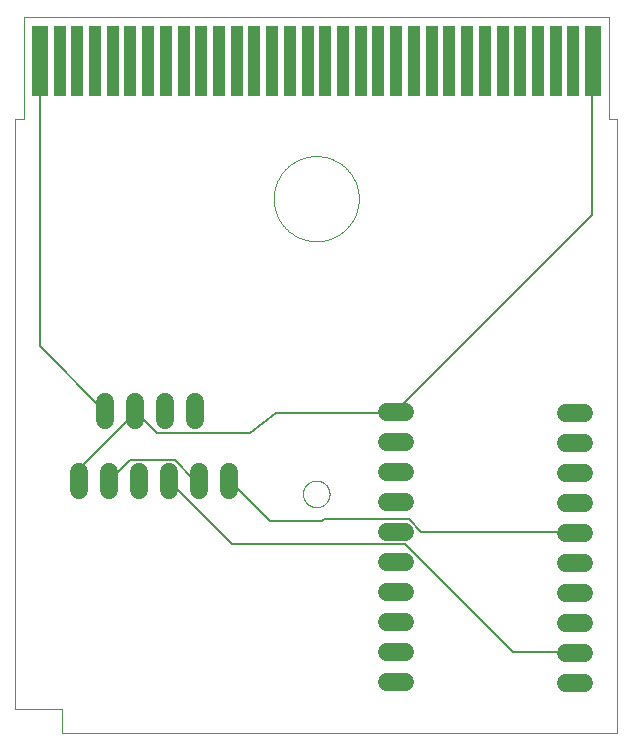
<source format=gtl>
G75*
%MOIN*%
%OFA0B0*%
%FSLAX25Y25*%
%IPPOS*%
%LPD*%
%AMOC8*
5,1,8,0,0,1.08239X$1,22.5*
%
%ADD10C,0.00004*%
%ADD11C,0.06000*%
%ADD12R,0.05512X0.23622*%
%ADD13R,0.03937X0.23622*%
%ADD14C,0.00600*%
D10*
X0001002Y0008876D02*
X0001002Y0205726D01*
X0004033Y0205726D01*
X0004033Y0239506D01*
X0003955Y0239585D02*
X0198837Y0239585D01*
X0198837Y0205726D01*
X0201789Y0205726D01*
X0201789Y0001002D01*
X0016750Y0001002D01*
X0016750Y0008876D01*
X0001002Y0008876D01*
X0096967Y0080726D02*
X0096969Y0080858D01*
X0096975Y0080991D01*
X0096985Y0081123D01*
X0096999Y0081255D01*
X0097016Y0081386D01*
X0097038Y0081517D01*
X0097064Y0081647D01*
X0097093Y0081776D01*
X0097127Y0081904D01*
X0097164Y0082031D01*
X0097205Y0082157D01*
X0097249Y0082282D01*
X0097298Y0082406D01*
X0097350Y0082527D01*
X0097406Y0082648D01*
X0097465Y0082766D01*
X0097528Y0082883D01*
X0097594Y0082998D01*
X0097664Y0083110D01*
X0097737Y0083221D01*
X0097813Y0083329D01*
X0097892Y0083435D01*
X0097975Y0083539D01*
X0098061Y0083640D01*
X0098149Y0083738D01*
X0098241Y0083834D01*
X0098335Y0083927D01*
X0098432Y0084017D01*
X0098532Y0084105D01*
X0098635Y0084189D01*
X0098739Y0084270D01*
X0098847Y0084348D01*
X0098956Y0084422D01*
X0099068Y0084494D01*
X0099182Y0084562D01*
X0099297Y0084626D01*
X0099415Y0084687D01*
X0099534Y0084745D01*
X0099655Y0084799D01*
X0099778Y0084849D01*
X0099902Y0084895D01*
X0100027Y0084938D01*
X0100154Y0084977D01*
X0100282Y0085013D01*
X0100410Y0085044D01*
X0100540Y0085072D01*
X0100670Y0085095D01*
X0100801Y0085115D01*
X0100933Y0085131D01*
X0101065Y0085143D01*
X0101197Y0085151D01*
X0101330Y0085155D01*
X0101462Y0085155D01*
X0101595Y0085151D01*
X0101727Y0085143D01*
X0101859Y0085131D01*
X0101991Y0085115D01*
X0102122Y0085095D01*
X0102252Y0085072D01*
X0102382Y0085044D01*
X0102510Y0085013D01*
X0102638Y0084977D01*
X0102765Y0084938D01*
X0102890Y0084895D01*
X0103014Y0084849D01*
X0103137Y0084799D01*
X0103258Y0084745D01*
X0103377Y0084687D01*
X0103495Y0084626D01*
X0103611Y0084562D01*
X0103724Y0084494D01*
X0103836Y0084422D01*
X0103945Y0084348D01*
X0104053Y0084270D01*
X0104157Y0084189D01*
X0104260Y0084105D01*
X0104360Y0084017D01*
X0104457Y0083927D01*
X0104551Y0083834D01*
X0104643Y0083738D01*
X0104731Y0083640D01*
X0104817Y0083539D01*
X0104900Y0083435D01*
X0104979Y0083329D01*
X0105055Y0083221D01*
X0105128Y0083110D01*
X0105198Y0082998D01*
X0105264Y0082883D01*
X0105327Y0082766D01*
X0105386Y0082648D01*
X0105442Y0082527D01*
X0105494Y0082406D01*
X0105543Y0082282D01*
X0105587Y0082157D01*
X0105628Y0082031D01*
X0105665Y0081904D01*
X0105699Y0081776D01*
X0105728Y0081647D01*
X0105754Y0081517D01*
X0105776Y0081386D01*
X0105793Y0081255D01*
X0105807Y0081123D01*
X0105817Y0080991D01*
X0105823Y0080858D01*
X0105825Y0080726D01*
X0105823Y0080594D01*
X0105817Y0080461D01*
X0105807Y0080329D01*
X0105793Y0080197D01*
X0105776Y0080066D01*
X0105754Y0079935D01*
X0105728Y0079805D01*
X0105699Y0079676D01*
X0105665Y0079548D01*
X0105628Y0079421D01*
X0105587Y0079295D01*
X0105543Y0079170D01*
X0105494Y0079046D01*
X0105442Y0078925D01*
X0105386Y0078804D01*
X0105327Y0078686D01*
X0105264Y0078569D01*
X0105198Y0078454D01*
X0105128Y0078342D01*
X0105055Y0078231D01*
X0104979Y0078123D01*
X0104900Y0078017D01*
X0104817Y0077913D01*
X0104731Y0077812D01*
X0104643Y0077714D01*
X0104551Y0077618D01*
X0104457Y0077525D01*
X0104360Y0077435D01*
X0104260Y0077347D01*
X0104157Y0077263D01*
X0104053Y0077182D01*
X0103945Y0077104D01*
X0103836Y0077030D01*
X0103724Y0076958D01*
X0103610Y0076890D01*
X0103495Y0076826D01*
X0103377Y0076765D01*
X0103258Y0076707D01*
X0103137Y0076653D01*
X0103014Y0076603D01*
X0102890Y0076557D01*
X0102765Y0076514D01*
X0102638Y0076475D01*
X0102510Y0076439D01*
X0102382Y0076408D01*
X0102252Y0076380D01*
X0102122Y0076357D01*
X0101991Y0076337D01*
X0101859Y0076321D01*
X0101727Y0076309D01*
X0101595Y0076301D01*
X0101462Y0076297D01*
X0101330Y0076297D01*
X0101197Y0076301D01*
X0101065Y0076309D01*
X0100933Y0076321D01*
X0100801Y0076337D01*
X0100670Y0076357D01*
X0100540Y0076380D01*
X0100410Y0076408D01*
X0100282Y0076439D01*
X0100154Y0076475D01*
X0100027Y0076514D01*
X0099902Y0076557D01*
X0099778Y0076603D01*
X0099655Y0076653D01*
X0099534Y0076707D01*
X0099415Y0076765D01*
X0099297Y0076826D01*
X0099181Y0076890D01*
X0099068Y0076958D01*
X0098956Y0077030D01*
X0098847Y0077104D01*
X0098739Y0077182D01*
X0098635Y0077263D01*
X0098532Y0077347D01*
X0098432Y0077435D01*
X0098335Y0077525D01*
X0098241Y0077618D01*
X0098149Y0077714D01*
X0098061Y0077812D01*
X0097975Y0077913D01*
X0097892Y0078017D01*
X0097813Y0078123D01*
X0097737Y0078231D01*
X0097664Y0078342D01*
X0097594Y0078454D01*
X0097528Y0078569D01*
X0097465Y0078686D01*
X0097406Y0078804D01*
X0097350Y0078925D01*
X0097298Y0079046D01*
X0097249Y0079170D01*
X0097205Y0079295D01*
X0097164Y0079421D01*
X0097127Y0079548D01*
X0097093Y0079676D01*
X0097064Y0079805D01*
X0097038Y0079935D01*
X0097016Y0080066D01*
X0096999Y0080197D01*
X0096985Y0080329D01*
X0096975Y0080461D01*
X0096969Y0080594D01*
X0096967Y0080726D01*
X0087223Y0179152D02*
X0087227Y0179500D01*
X0087240Y0179847D01*
X0087261Y0180195D01*
X0087291Y0180541D01*
X0087330Y0180887D01*
X0087376Y0181232D01*
X0087432Y0181575D01*
X0087495Y0181917D01*
X0087567Y0182257D01*
X0087648Y0182596D01*
X0087736Y0182932D01*
X0087833Y0183266D01*
X0087938Y0183598D01*
X0088051Y0183927D01*
X0088173Y0184253D01*
X0088302Y0184576D01*
X0088439Y0184895D01*
X0088584Y0185212D01*
X0088736Y0185524D01*
X0088897Y0185833D01*
X0089064Y0186138D01*
X0089239Y0186438D01*
X0089422Y0186735D01*
X0089612Y0187026D01*
X0089808Y0187313D01*
X0090012Y0187595D01*
X0090223Y0187872D01*
X0090440Y0188143D01*
X0090664Y0188409D01*
X0090894Y0188670D01*
X0091131Y0188925D01*
X0091374Y0189174D01*
X0091623Y0189417D01*
X0091878Y0189654D01*
X0092139Y0189884D01*
X0092405Y0190108D01*
X0092676Y0190325D01*
X0092953Y0190536D01*
X0093235Y0190740D01*
X0093522Y0190936D01*
X0093813Y0191126D01*
X0094110Y0191309D01*
X0094410Y0191484D01*
X0094715Y0191651D01*
X0095024Y0191812D01*
X0095336Y0191964D01*
X0095653Y0192109D01*
X0095972Y0192246D01*
X0096295Y0192375D01*
X0096621Y0192497D01*
X0096950Y0192610D01*
X0097282Y0192715D01*
X0097616Y0192812D01*
X0097952Y0192900D01*
X0098291Y0192981D01*
X0098631Y0193053D01*
X0098973Y0193116D01*
X0099316Y0193172D01*
X0099661Y0193218D01*
X0100007Y0193257D01*
X0100353Y0193287D01*
X0100701Y0193308D01*
X0101048Y0193321D01*
X0101396Y0193325D01*
X0101744Y0193321D01*
X0102091Y0193308D01*
X0102439Y0193287D01*
X0102785Y0193257D01*
X0103131Y0193218D01*
X0103476Y0193172D01*
X0103819Y0193116D01*
X0104161Y0193053D01*
X0104501Y0192981D01*
X0104840Y0192900D01*
X0105176Y0192812D01*
X0105510Y0192715D01*
X0105842Y0192610D01*
X0106171Y0192497D01*
X0106497Y0192375D01*
X0106820Y0192246D01*
X0107139Y0192109D01*
X0107456Y0191964D01*
X0107768Y0191812D01*
X0108077Y0191651D01*
X0108382Y0191484D01*
X0108682Y0191309D01*
X0108979Y0191126D01*
X0109270Y0190936D01*
X0109557Y0190740D01*
X0109839Y0190536D01*
X0110116Y0190325D01*
X0110387Y0190108D01*
X0110653Y0189884D01*
X0110914Y0189654D01*
X0111169Y0189417D01*
X0111418Y0189174D01*
X0111661Y0188925D01*
X0111898Y0188670D01*
X0112128Y0188409D01*
X0112352Y0188143D01*
X0112569Y0187872D01*
X0112780Y0187595D01*
X0112984Y0187313D01*
X0113180Y0187026D01*
X0113370Y0186735D01*
X0113553Y0186438D01*
X0113728Y0186138D01*
X0113895Y0185833D01*
X0114056Y0185524D01*
X0114208Y0185212D01*
X0114353Y0184895D01*
X0114490Y0184576D01*
X0114619Y0184253D01*
X0114741Y0183927D01*
X0114854Y0183598D01*
X0114959Y0183266D01*
X0115056Y0182932D01*
X0115144Y0182596D01*
X0115225Y0182257D01*
X0115297Y0181917D01*
X0115360Y0181575D01*
X0115416Y0181232D01*
X0115462Y0180887D01*
X0115501Y0180541D01*
X0115531Y0180195D01*
X0115552Y0179847D01*
X0115565Y0179500D01*
X0115569Y0179152D01*
X0115565Y0178804D01*
X0115552Y0178457D01*
X0115531Y0178109D01*
X0115501Y0177763D01*
X0115462Y0177417D01*
X0115416Y0177072D01*
X0115360Y0176729D01*
X0115297Y0176387D01*
X0115225Y0176047D01*
X0115144Y0175708D01*
X0115056Y0175372D01*
X0114959Y0175038D01*
X0114854Y0174706D01*
X0114741Y0174377D01*
X0114619Y0174051D01*
X0114490Y0173728D01*
X0114353Y0173409D01*
X0114208Y0173092D01*
X0114056Y0172780D01*
X0113895Y0172471D01*
X0113728Y0172166D01*
X0113553Y0171866D01*
X0113370Y0171569D01*
X0113180Y0171278D01*
X0112984Y0170991D01*
X0112780Y0170709D01*
X0112569Y0170432D01*
X0112352Y0170161D01*
X0112128Y0169895D01*
X0111898Y0169634D01*
X0111661Y0169379D01*
X0111418Y0169130D01*
X0111169Y0168887D01*
X0110914Y0168650D01*
X0110653Y0168420D01*
X0110387Y0168196D01*
X0110116Y0167979D01*
X0109839Y0167768D01*
X0109557Y0167564D01*
X0109270Y0167368D01*
X0108979Y0167178D01*
X0108682Y0166995D01*
X0108382Y0166820D01*
X0108077Y0166653D01*
X0107768Y0166492D01*
X0107456Y0166340D01*
X0107139Y0166195D01*
X0106820Y0166058D01*
X0106497Y0165929D01*
X0106171Y0165807D01*
X0105842Y0165694D01*
X0105510Y0165589D01*
X0105176Y0165492D01*
X0104840Y0165404D01*
X0104501Y0165323D01*
X0104161Y0165251D01*
X0103819Y0165188D01*
X0103476Y0165132D01*
X0103131Y0165086D01*
X0102785Y0165047D01*
X0102439Y0165017D01*
X0102091Y0164996D01*
X0101744Y0164983D01*
X0101396Y0164979D01*
X0101048Y0164983D01*
X0100701Y0164996D01*
X0100353Y0165017D01*
X0100007Y0165047D01*
X0099661Y0165086D01*
X0099316Y0165132D01*
X0098973Y0165188D01*
X0098631Y0165251D01*
X0098291Y0165323D01*
X0097952Y0165404D01*
X0097616Y0165492D01*
X0097282Y0165589D01*
X0096950Y0165694D01*
X0096621Y0165807D01*
X0096295Y0165929D01*
X0095972Y0166058D01*
X0095653Y0166195D01*
X0095336Y0166340D01*
X0095024Y0166492D01*
X0094715Y0166653D01*
X0094410Y0166820D01*
X0094110Y0166995D01*
X0093813Y0167178D01*
X0093522Y0167368D01*
X0093235Y0167564D01*
X0092953Y0167768D01*
X0092676Y0167979D01*
X0092405Y0168196D01*
X0092139Y0168420D01*
X0091878Y0168650D01*
X0091623Y0168887D01*
X0091374Y0169130D01*
X0091131Y0169379D01*
X0090894Y0169634D01*
X0090664Y0169895D01*
X0090440Y0170161D01*
X0090223Y0170432D01*
X0090012Y0170709D01*
X0089808Y0170991D01*
X0089612Y0171278D01*
X0089422Y0171569D01*
X0089239Y0171866D01*
X0089064Y0172166D01*
X0088897Y0172471D01*
X0088736Y0172780D01*
X0088584Y0173092D01*
X0088439Y0173409D01*
X0088302Y0173728D01*
X0088173Y0174051D01*
X0088051Y0174377D01*
X0087938Y0174706D01*
X0087833Y0175038D01*
X0087736Y0175372D01*
X0087648Y0175708D01*
X0087567Y0176047D01*
X0087495Y0176387D01*
X0087432Y0176729D01*
X0087376Y0177072D01*
X0087330Y0177417D01*
X0087291Y0177763D01*
X0087261Y0178109D01*
X0087240Y0178457D01*
X0087227Y0178804D01*
X0087223Y0179152D01*
D11*
X0061041Y0111207D02*
X0061041Y0105207D01*
X0051041Y0105207D02*
X0051041Y0111207D01*
X0041041Y0111207D02*
X0041041Y0105207D01*
X0031041Y0105207D02*
X0031041Y0111207D01*
X0032341Y0087939D02*
X0032341Y0081939D01*
X0022341Y0081939D02*
X0022341Y0087939D01*
X0042341Y0087939D02*
X0042341Y0081939D01*
X0052341Y0081939D02*
X0052341Y0087939D01*
X0062341Y0087939D02*
X0062341Y0081939D01*
X0072341Y0081939D02*
X0072341Y0087939D01*
X0124892Y0087892D02*
X0130892Y0087892D01*
X0130892Y0097892D02*
X0124892Y0097892D01*
X0124892Y0107892D02*
X0130892Y0107892D01*
X0130892Y0077892D02*
X0124892Y0077892D01*
X0124892Y0067892D02*
X0130892Y0067892D01*
X0130892Y0057892D02*
X0124892Y0057892D01*
X0124892Y0047892D02*
X0130892Y0047892D01*
X0130892Y0037892D02*
X0124892Y0037892D01*
X0124892Y0027892D02*
X0130892Y0027892D01*
X0130892Y0017892D02*
X0124892Y0017892D01*
X0184774Y0017734D02*
X0190774Y0017734D01*
X0190774Y0027734D02*
X0184774Y0027734D01*
X0184774Y0037734D02*
X0190774Y0037734D01*
X0190774Y0047734D02*
X0184774Y0047734D01*
X0184774Y0057734D02*
X0190774Y0057734D01*
X0190774Y0067734D02*
X0184774Y0067734D01*
X0184774Y0077734D02*
X0190774Y0077734D01*
X0190774Y0087734D02*
X0184774Y0087734D01*
X0184774Y0097734D02*
X0190774Y0097734D01*
X0190774Y0107734D02*
X0184774Y0107734D01*
D12*
X0193797Y0225096D03*
X0009152Y0225096D03*
D13*
X0015844Y0225096D03*
X0021750Y0225096D03*
X0027656Y0225096D03*
X0033561Y0225096D03*
X0039467Y0225096D03*
X0045372Y0225096D03*
X0051278Y0225096D03*
X0057183Y0225096D03*
X0063089Y0225096D03*
X0068994Y0225096D03*
X0074900Y0225096D03*
X0080805Y0225096D03*
X0086711Y0225096D03*
X0092616Y0225096D03*
X0098522Y0225096D03*
X0104427Y0225096D03*
X0110333Y0225096D03*
X0116238Y0225096D03*
X0122144Y0225096D03*
X0128049Y0225096D03*
X0133955Y0225096D03*
X0139860Y0225096D03*
X0145766Y0225096D03*
X0151671Y0225096D03*
X0157577Y0225096D03*
X0163482Y0225096D03*
X0169388Y0225096D03*
X0175293Y0225096D03*
X0181199Y0225096D03*
X0187104Y0225096D03*
D14*
X0193393Y0224693D02*
X0193797Y0225096D01*
X0193393Y0224693D02*
X0193393Y0173693D01*
X0127993Y0108293D01*
X0127892Y0107892D01*
X0127393Y0107693D01*
X0088130Y0107693D01*
X0079404Y0101093D01*
X0048193Y0101093D01*
X0041593Y0107693D01*
X0041041Y0108207D01*
X0040993Y0107693D01*
X0022393Y0089093D01*
X0022393Y0085493D01*
X0022341Y0084939D01*
X0032341Y0084939D02*
X0032593Y0085493D01*
X0039193Y0092093D01*
X0054193Y0092093D01*
X0060793Y0085493D01*
X0061993Y0085493D01*
X0062341Y0084939D01*
X0052393Y0084893D02*
X0052341Y0084939D01*
X0052393Y0084893D02*
X0073393Y0063893D01*
X0130993Y0063893D01*
X0166993Y0027893D01*
X0187393Y0027893D01*
X0187774Y0027734D01*
X0187774Y0067734D02*
X0187393Y0068093D01*
X0136393Y0068093D01*
X0132193Y0072293D01*
X0103993Y0072293D01*
X0103393Y0071693D01*
X0085993Y0071693D01*
X0072793Y0084893D01*
X0072341Y0084939D01*
X0031041Y0108207D02*
X0030793Y0108293D01*
X0009193Y0129893D01*
X0009193Y0224693D01*
X0009152Y0225096D01*
M02*

</source>
